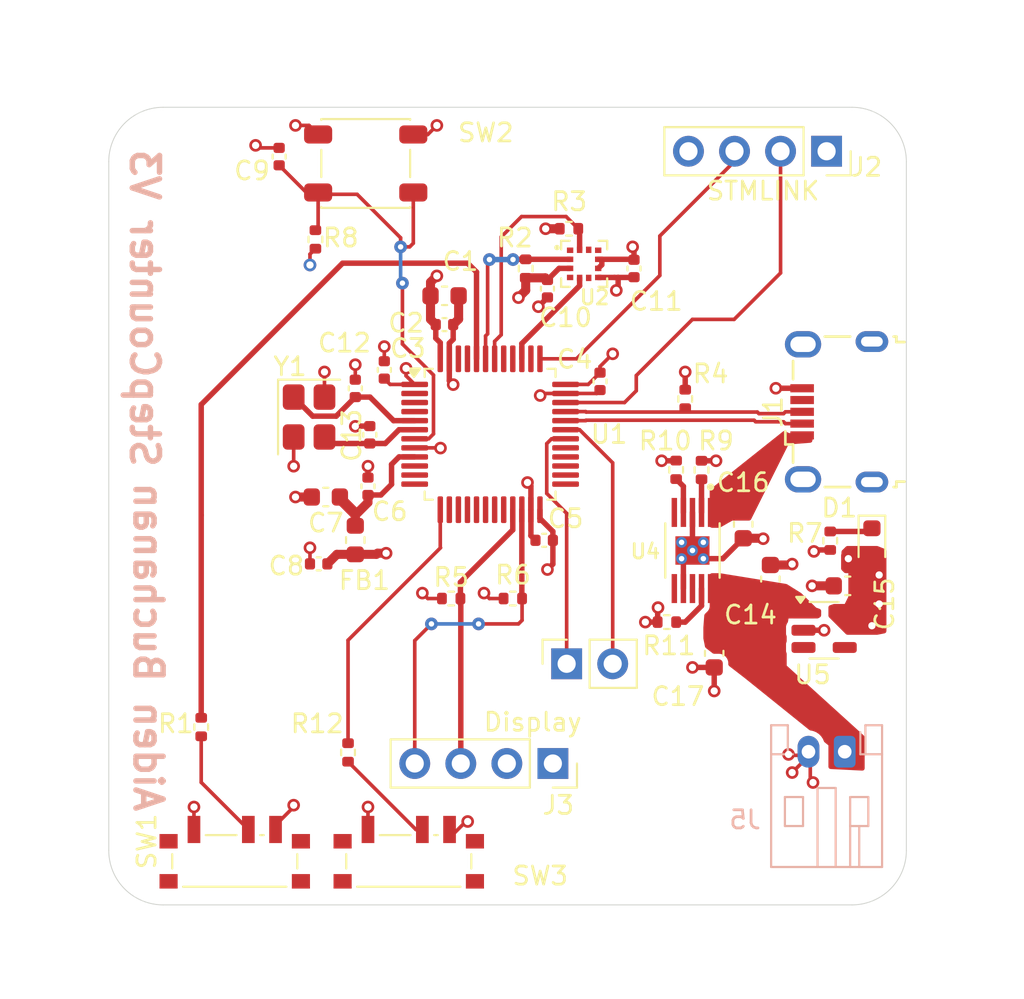
<source format=kicad_pcb>
(kicad_pcb (version 20241229) (generator "pcbnew") (generator_version "9.0")
  (layers (0 "F.Cu" signal) (4 "In1.Cu" power) (6 "In2.Cu" power) (2 "B.Cu" jumper) (13 "F.Paste" user) (15 "B.Paste" user) (5 "F.SilkS" user "F.Silkscreen") (7 "B.SilkS" user "B.Silkscreen") (1 "F.Mask" user) (3 "B.Mask" user) (25 "Edge.Cuts" user))
  (net 0 "")
  (net 1 "+3.3V")
  (net 2 "+3.3VA")
  (net 3 "GND")
  (net 4 "/NRST")
  (net 5 "/HSE_IN")
  (net 6 "/HSE_OUT")
  (net 7 "Net-(D1-K)")
  (net 12 "/USB_D-")
  (net 13 "/USB_D+")
  (net 16 "VBAT")
  (net 17 "/ SCL2")
  (net 18 "/ SDA2")
  (net 19 "/sw_boot0")
  (net 20 "/BOOT0")
  (net 21 "/ SDA1")
  (net 22 "/ SCL1")
  (net 30 "/ SWCLK")
  (net 33 "/ SWDIO")
  (net 42 "Net-(J4-Pin_2)")
  (net 44 "Net-(J4-Pin_1)")
  (net 46 "/VBUS")
  (net 52 "Net-(U4-ISET)")
  (net 53 "Net-(U4-PRETERM)")
  (net 54 "Net-(U4-TS)")
  (net 55 "Net-(U1-PA3)")
  (net 56 "/ON{slash}OFF")
  (net 57 "/TRIG")
  (footprint "MountingHole:MountingHole_2.2mm_M2" (layer "F.Cu") (at 73.1 76.2)
    (property "Reference" "H2" (hide yes))
    (property "Value" "MountingHole" (hide yes))
  )
  (footprint "MountingHole:MountingHole_2.2mm_M2" (layer "F.Cu") (at 73.1 48.5)
    (property "Reference" "H3" (hide yes))
    (property "Value" "MountingHole" (hide yes))
  )
  (footprint "Connector_PinSocket_2.54mm:PinSocket_1x02_P2.54mm_Vertical" (layer "F.Cu") (at 65.06 70.7 90)
    (property "Reference" "J4" (hide yes))
    (property "Value" "UART1" (hide yes))
  )
  (footprint "Package_QFP:LQFP-48_7x7mm_P0.5mm" (layer "F.Cu") (at 60.8375 58.0375)
    (property "Reference" "U1")
    (property "Value" "STM32F103C8Tx" (hide yes))
  )
  (footprint "Resistor_SMD:R_0402_1005Metric" (layer "F.Cu") (at 71.6 56.09 -90)
    (property "Reference" "R4")
    (property "Value" "2k2" (hide yes))
  )
  (footprint "MountingHole:MountingHole_2.2mm_M2" (layer "F.Cu") (at 47.8 76.3)
    (property "Reference" "H1" (hide yes))
    (property "Value" "MountingHole" (hide yes))
  )
  (footprint "Package_TO_SOT_SMD:SOT-23-5" (layer "F.Cu") (at 79.2625 68.85)
    (property "Reference" "U5")
    (property "Value" "TPS7A0533PDBV" (hide yes))
  )
  (footprint "Capacitor_SMD:C_0402_1005Metric" (layer "F.Cu") (at 63.82 63.8875 180)
    (property "Reference" "C5")
    (property "Value" "100n" (hide yes))
  )
  (footprint "Resistor_SMD:R_0402_1005Metric" (layer "F.Cu") (at 71.1 60 90)
    (property "Reference" "R10")
    (property "Value" "2k" (hide yes))
  )
  (footprint "Connector_PinSocket_2.54mm:PinSocket_1x04_P2.54mm_Vertical" (layer "F.Cu") (at 79.4 42.425 -90)
    (property "Reference" "J2")
    (property "Value" "SWLINK" (hide yes))
  )
  (footprint "Resistor_SMD:R_0402_1005Metric" (layer "F.Cu") (at 72.5 60.01 90)
    (property "Reference" "R9")
    (property "Value" "1k" (hide yes))
  )
  (footprint "Capacitor_SMD:C_0603_1608Metric" (layer "F.Cu") (at 76.3 66.025 90)
    (property "Reference" "C14")
    (property "Value" "4.7uF" (hide yes))
  )
  (footprint "Inductor_SMD:L_0603_1608Metric" (layer "F.Cu") (at 53.4 63.875 90)
    (property "Reference" "FB1")
    (property "Value" "FerriteBead" (hide yes))
  )
  (footprint "Resistor_SMD:R_0402_1005Metric" (layer "F.Cu") (at 62.8 48.8975 90)
    (property "Reference" "R2")
    (property "Value" "2k2" (hide yes))
  )
  (footprint "Capacitor_SMD:C_0402_1005Metric" (layer "F.Cu") (at 66.9 55.12 -90)
    (property "Reference" "C4")
    (property "Value" "100n" (hide yes))
  )
  (footprint "Capacitor_SMD:C_0603_1608Metric" (layer "F.Cu") (at 73.2 70.125 -90)
    (property "Reference" "C17")
    (property "Value" "4.7uF" (hide yes))
  )
  (footprint "Resistor_SMD:R_0402_1005Metric" (layer "F.Cu") (at 58.69 67.1)
    (property "Reference" "R5")
    (property "Value" "2k2" (hide yes))
  )
  (footprint "Capacitor_SMD:C_0402_1005Metric" (layer "F.Cu") (at 49.2 42.72 -90)
    (property "Reference" "C9")
    (property "Value" "100n" (hide yes))
  )
  (footprint "Button_Switch_SMD:SW_SPST_PTS647_Sx38" (layer "F.Cu") (at 53.975 43.1)
    (property "Reference" "SW2")
    (property "Value" "SW_NRST" (hide yes))
  )
  (footprint "Capacitor_SMD:C_0402_1005Metric" (layer "F.Cu") (at 64 50.0075 -90)
    (property "Reference" "C10")
    (property "Value" "100n" (hide yes))
  )
  (footprint "Capacitor_SMD:C_0402_1005Metric" (layer "F.Cu") (at 68.775 48.8925 90)
    (property "Reference" "C11")
    (property "Value" "100n" (hide yes))
  )
  (footprint "Capacitor_SMD:C_0402_1005Metric" (layer "F.Cu") (at 53.4 55.5075 90)
    (property "Reference" "C12")
    (property "Value" "10p" (hide yes))
  )
  (footprint "BMA400:XDCR_BMA400" (layer "F.Cu") (at 66.025 48.6375)
    (property "Reference" "U2")
    (property "Value" "BMA400" (hide yes))
  )
  (footprint "Resistor_SMD:R_0402_1005Metric" (layer "F.Cu") (at 79.6 63.91 -90)
    (property "Reference" "R7")
    (property "Value" "2k2" (hide yes))
  )
  (footprint "Capacitor_SMD:C_0402_1005Metric" (layer "F.Cu") (at 54.2 58.0675 90)
    (property "Reference" "C13")
    (property "Value" "10p" (hide yes))
  )
  (footprint "Capacitor_SMD:C_0402_1005Metric" (layer "F.Cu") (at 51.38 65.1875 180)
    (property "Reference" "C8")
    (property "Value" "10n" (hide yes))
  )
  (footprint "Capacitor_SMD:C_0603_1608Metric" (layer "F.Cu") (at 58.325 50.4)
    (property "Reference" "C1")
    (property "Value" "10u" (hide yes))
  )
  (footprint "BQ24092DGQR:IC_XTR111AIDGQR" (layer "F.Cu") (at 72 64.45 -90)
    (property "Reference" "U4")
    (property "Value" "BQ24092DGQR" (hide yes))
  )
  (footprint "LED_SMD:LED_0603_1608Metric" (layer "F.Cu") (at 81.9 64.0125 -90)
    (property "Reference" "D1")
    (property "Value" "LED" (hide yes))
  )
  (footprint "Resistor_SMD:R_0402_1005Metric" (layer "F.Cu") (at 44.9 74.19 90)
    (property "Reference" "R1")
    (property "Value" "10k" (hide yes))
  )
  (footprint "Resistor_SMD:R_0402_1005Metric" (layer "F.Cu") (at 70.59 68.4 180)
    (property "Reference" "R11")
    (property "Value" "10k" (hide yes))
  )
  (footprint "Resistor_SMD:R_0402_1005Metric" (layer "F.Cu") (at 51.2 47.29 -90)
    (property "Reference" "R8")
    (property "Value" "10k" (hide yes))
  )
  (footprint "Connector_PinSocket_2.54mm:PinSocket_1x04_P2.54mm_Vertical" (layer "F.Cu") (at 64.3 76.2 -90)
    (property "Reference" "J3")
    (property "Value" "Display_Pin_IN" (hide yes))
  )
  (footprint "Capacitor_SMD:C_0603_1608Metric" (layer "F.Cu") (at 51.775 61.5 180)
    (property "Reference" "C7")
    (property "Value" "1u")
  )
  (footprint "Button_Switch_SMD:SW_SPDT_PCM12" (layer "F.Cu") (at 46.75 81.27)
    (property "Reference" "SW1")
    (property "Value" "SW_SPDT" (hide yes))
  )
  (footprint "Resistor_SMD:R_0402_1005Metric" (layer "F.Cu") (at 62.09 67.1)
    (property "Reference" "R6")
    (property "Value" "2k2" (hide yes))
  )
  (footprint "MountingHole:MountingHole_2.2mm_M2" (layer "F.Cu") (at 47.8 48.5)
    (property "Reference" "H4" (hide yes))
    (property "Value" "MountingHole" (hide yes))
  )
  (footprint "Capacitor_SMD:C_0603_1608Metric" (layer "F.Cu") (at 74.8 63 90)
    (property "Reference" "C16")
    (property "Value" "1uF" (hide yes))
  )
  (footprint "Button_Switch_SMD:SW_SPDT_PCM12" (layer "F.Cu") (at 56.35 81.27)
    (property "Reference" "SW3")
    (property "Value" "SW_SPDT" (hide yes))
  )
  (footprint "Capacitor_SMD:C_0603_1608Metric" (layer "F.Cu") (at 80.57 66.4 180)
    (property "Reference" "C15")
    (property "Value" "4.7uF" (hide yes))
  )
  (footprint "Crystal:Crystal_SMD_3225-4Pin_3.2x2.5mm" (layer "F.Cu") (at 50.85 57.0875 -90)
    (property "Reference" "Y1")
    (property "Value" "16Mhz" (hide yes))
  )
  (footprint "Connector_USB:USB_Micro-B_Wuerth_629105150521" (layer "F.Cu") (at 79.95 56.8 90)
    (property "Reference" "J1")
    (property "Value" "USB_B_Micro")
  )
  (footprint "Capacitor_SMD:C_0402_1005Metric" (layer "F.Cu") (at 54.1 60.9075 90)
    (property "Reference" "C6")
    (property "Value" "10n" (hide yes))
  )
  (footprint "Resistor_SMD:R_0402_1005Metric" (layer "F.Cu") (at 53 75.59 90)
    (property "Reference" "R12")
    (property "Value" "10k" (hide yes))
  )
  (footprint "Resistor_SMD:R_0402_1005Metric" (layer "F.Cu") (at 65.19 46.7)
    (property "Reference" "R3")
    (property "Value" "2k2" (hide yes))
  )
  (footprint "Capacitor_SMD:C_0402_1005Metric" (layer "F.Cu") (at 58.32 51.9875)
    (property "Reference" "C2")
    (property "Value" "100n" (hide yes))
  )
  (footprint "Capacitor_SMD:C_0402_1005Metric" (layer "F.Cu") (at 55 54.4875 90)
    (property "Reference" "C3")
    (property "Value" "100n" (hide yes))
  )
  (footprint "Connector_JST:JST_PH_S2B-PH-K_1x02_P2.00mm_Horizontal" (layer "B.Cu") (at 80.4 75.55 180)
    (property "Reference" "J5")
    (property "Value" "JST PH" (hide yes))
  )
  (gr_arc (start 42.8 84) (mid 40.67868 83.12132) (end 39.8 81) (stroke (width 0.05)) (layer "Edge.Cuts"))
  (gr_line (start 42.8 40) (end 80.8 40) (stroke (width 0.05)) (layer "Edge.Cuts"))
  (gr_arc (start 80.8 40) (mid 82.92132 40.87868) (end 83.8 43) (stroke (width 0.05)) (layer "Edge.Cuts"))
  (gr_line (start 39.8 81) (end 39.8 43) (stroke (width 0.05)) (layer "Edge.Cuts"))
  (gr_arc (start 39.8 43) (mid 40.67868 40.87868) (end 42.8 40) (stroke (width 0.05)) (layer "Edge.Cuts"))
  (gr_arc (start 83.8 81) (mid 82.92132 83.12132) (end 80.8 84) (stroke (width 0.05)) (layer "Edge.Cuts"))
  (gr_line (start 83.8 43) (end 83.8 81) (stroke (width 0.05)) (layer "Edge.Cuts"))
  (gr_line (start 80.8 84) (end 42.8 84) (stroke (width 0.05)) (layer "Edge.Cuts"))
  (gr_text "STMLINK" (at 72.7 45.2 0) (layer "F.SilkS") (effects (font (size 1 1)) (justify left bottom)))
  (gr_text "Display" (at 60.4 74.5 0) (layer "F.SilkS") (effects (font (size 1 1)) (justify left bottom)))
  (gr_text "Aiden Buchanan" (at 41.1 79 270) (layer "B.SilkS") (effects (font (size 1.5 1.5) (thickness 0.3) (bold yes)) (justify left bottom mirror)))
  (gr_text "StepCounter V3" (at 40.9 60 270) (layer "B.SilkS") (effects (font (size 1.5 1.5) (thickness 0.3) (bold yes)) (justify left bottom mirror)))
  (segment (start 63.5875 62.6875) (end 64.3 63.4) (width 0.3) (layer "F.Cu") (net 1))
  (segment (start 58.0875 53.875) (end 58.0875 52.9875) (width 0.3) (layer "F.Cu") (net 1))
  (segment (start 56.675 55.2875) (end 56.2 54.8125) (width 0.2) (layer "F.Cu") (net 1))
  (segment (start 64.68 46.7) (end 63.9 46.7) (width 0.5) (layer "F.Cu") (net 1))
  (segment (start 57.55 51.6975) (end 57.84 51.9875) (width 0.5) (layer "F.Cu") (net 1))
  (segment (start 55.32 55.2875) (end 55 54.9675) (width 0.2) (layer "F.Cu") (net 1))
  (segment (start 50.9 48.7) (end 50.9 48.1) (width 0.2) (layer "F.Cu") (net 1))
  (segment (start 54.625 64.6) (end 54.5625 64.6625) (width 0.5) (layer "F.Cu") (net 1))
  (segment (start 54.5625 64.6625) (end 53.4 64.6625) (width 0.5) (layer "F.Cu") (net 1))
  (segment (start 50 78.5) (end 50 78.6) (width 0.2) (layer "F.Cu") (net 1))
  (segment (start 68.76 49.3875) (end 67.9 49.3875) (width 0.3) (layer "F.Cu") (net 1))
  (segment (start 58.0875 52.9875) (end 57.84 52.74) (width 0.3) (layer "F.Cu") (net 1))
  (segment (start 67.9 49.3875) (end 67.7 49.3875) (width 0.3) (layer "F.Cu") (net 1))
  (segment (start 64.3 63.4) (end 64.3 63.8875) (width 0.3) (layer "F.Cu") (net 1))
  (segment (start 67.9 50) (end 67.8 50.1) (width 0.3) (layer "F.Cu") (net 1))
  (segment (start 66.9 54.64) (end 66.9 54.3) (width 0.2) (layer "F.Cu") (net 1))
  (segment (start 65.25 48.8875) (end 64.64 48.8875) (width 0.3) (layer "F.Cu") (net 1))
  (segment (start 58.6 80.3) (end 59.5 79.4) (width 0.2) (layer "F.Cu") (net 1))
  (segment (start 56.2 54.8125) (end 56.2 54.4) (width 0.2) (layer "F.Cu") (net 1))
  (segment (start 64.64 48.8875) (end 64 49.5275) (width 0.3) (layer "F.Cu") (net 1))
  (segment (start 67.9 49.3875) (end 67.9 50) (width 0.3) (layer "F.Cu") (net 1))
  (segment (start 61.58 67.1) (end 60.8 67.1) (width 0.2) (layer "F.Cu") (net 1))
  (segment (start 57.4 67.1) (end 57.1 66.8) (width 0.2) (layer "F.Cu") (net 1))
  (segment (start 57.9 49.3) (end 57.55 49.65) (width 0.5) (layer "F.Cu") (net 1))
  (segment (start 68.775 49.3725) (end 68.76 49.3875) (width 0.3) (layer "F.Cu") (net 1))
  (segment (start 65 55.2875) (end 66.2525 55.2875) (width 0.2) (layer "F.Cu") (net 1))
  (segment (start 60.8 67.1) (end 60.5 66.8) (width 0.2) (layer "F.Cu") (net 1))
  (segment (start 71.6 55.58) (end 71.6 54.6) (width 0.3) (layer "F.Cu") (net 1))
  (segment (start 58.6 80.34) (end 58.6 80.3) (width 0.2) (layer "F.Cu") (net 1))
  (segment (start 64.3 65.2) (end 64.3 63.8875) (width 0.3) (layer "F.Cu") (net 1))
  (segment (start 66.9 54.3) (end 67.6 53.6) (width 0.2) (layer "F.Cu") (net 1))
  (segment (start 63.88 49.4075) (end 64 49.5275) (width 0.5) (layer "F.Cu") (net 1))
  (segment (start 52.385 64.6625) (end 51.86 65.1875) (width 0.5) (layer "F.Cu") (net 1))
  (segment (start 50.9 48.1) (end 51.2 47.8) (width 0.2) (layer "F.Cu") (net 1))
  (segment (start 62.8 49.4075) (end 63.88 49.4075) (width 0.5) (layer "F.Cu") (net 1))
  (segment (start 56.675 55.2875) (end 55.32 55.2875) (width 0.2) (layer "F.Cu") (net 1))
  (segment (start 64 65.5) (end 64.3 65.2) (width 0.3) (layer "F.Cu") (net 1))
  (segment (start 58.18 67.1) (end 57.4 67.1) (width 0.2) (layer "F.Cu") (net 1))
  (segment (start 80.4 67.9) (end 80.7 67.6) (width 0.2) (layer "F.Cu") (net 1))
  (segment (start 53.4 64.6625) (end 52.385 64.6625) (width 0.5) (layer "F.Cu") (net 1))
  (segment (start 55.1 64.6) (end 54.625 64.6) (width 0.5) (layer "F.Cu") (net 1))
  (segment (start 62.8 49.4075) (end 62.8 50.1) (width 0.5) (layer "F.Cu") (net 1))
  (segment (start 49 79.6) (end 49 80.34) (width 0.2) (layer "F.Cu") (net 1))
  (segment (start 66.2525 55.2875) (end 66.9 54.64) (width 0.2) (layer "F.Cu") (net 1))
  (segment (start 63.5875 62.2) (end 63.5875 62.6875) (width 0.3) (layer "F.Cu") (net 1))
  (segment (start 57.55 50.4) (end 57.55 51.6975) (width 0.5) (layer "F.Cu") (net 1))
  (segment (start 50 78.6) (end 49 79.6) (width 0.2) (layer "F.Cu") (net 1))
  (segment (start 62.8 50.1) (end 62.4 50.5) (width 0.5) (layer "F.Cu") (net 1))
  (segment (start 57.84 52.74) (end 57.84 51.9875) (width 0.3) (layer "F.Cu") (net 1))
  (segment (start 57.55 49.65) (end 57.55 50.4) (width 0.5) (layer "F.Cu") (net 1))
  (segment (start 67.7 49.3875) (end 66.8 49.3875) (width 0.3) (layer "F.Cu") (net 1))
  (via (at 67.8 50.1) (size 0.7) (drill 0.4) (layers "F.Cu" "B.Cu") (remove_unused_layers yes) (zone_layer_connections "In2.Cu") (net 1))
  (via (at 50.9 48.7) (size 0.7) (drill 0.4) (layers "F.Cu" "B.Cu") (net 1))
  (via (at 82.3 67.4) (size 0.7) (drill 0.4) (layers "F.Cu" "B.Cu") (remove_unused_layers yes) (zone_layer_connections "F.Cu" "In2.Cu") (net 1))
  (via (at 50 78.5) (size 0.7) (drill 0.4) (layers "F.Cu" "B.Cu") (remove_unused_layers yes) (zone_layer_connections "In2.Cu") (net 1))
  (via (at 80.6 64.9) (size 0.7) (drill 0.4) (layers "F.Cu" "B.Cu") (remove_unused_layers yes) (zone_layer_connections "F.Cu" "In2.Cu") (net 1))
  (via (at 59.6 79.4) (size 0.7) (drill 0.4) (layers "F.Cu" "B.Cu") (remove_unused_layers yes) (zone_layer_connections "In2.Cu") (net 1))
  (via (at 67.6 53.6) (size 0.7) (drill 0.4) (layers "F.Cu" "B.Cu") (remove_unused_layers yes) (zone_layer_connections "In2.Cu") (net 1))
  (via (at 55.1 64.6) (size 0.7) (drill 0.4) (layers "F.Cu" "B.Cu") (remove_unused_layers yes) (zone_layer_connections "In2.Cu") (net 1))
  (via (at 60.5 66.8) (size 0.7) (drill 0.4) (layers "F.Cu" "B.Cu") (remove_unused_layers yes) (zone_layer_connections "In2.Cu") (net 1))
  (via (at 64 65.5) (size 0.7) (drill 0.4) (layers "F.Cu" "B.Cu") (remove_unused_layers yes) (zone_layer_connections "In2.Cu") (net 1))
  (via (at 81.9 68.6) (size 0.7) (drill 0.4) (layers "F.Cu" "B.Cu") (remove_unused_layers yes) (zone_layer_connections "F.Cu" "In2.Cu") (net 1))
  (via (at 57.1 66.8) (size 0.7) (drill 0.4) (layers "F.Cu" "B.Cu") (remove_unused_layers yes) (zone_layer_connections "In2.Cu") (net 1))
  (via (at 62.4 50.5) (size 0.7) (drill 0.4) (layers "F.Cu" "B.Cu") (remove_unused_layers yes) (zone_layer_connections "In2.Cu") (net 1))
  (via (at 56.2 54.4) (size 0.7) (drill 0.4) (layers "F.Cu" "B.Cu") (remove_unused_layers yes) (zone_layer_connections "In2.Cu") (net 1))
  (via (at 82.3 65.8) (size 0.7) (drill 0.4) (layers "F.Cu" "B.Cu") (remove_unused_layers yes) (zone_layer_connections "F.Cu" "In2.Cu") (net 1))
  (via (at 71.6 54.6) (size 0.7) (drill 0.4) (layers "F.Cu" "B.Cu") (remove_unused_layers yes) (zone_layer_connections "In2.Cu") (net 1))
  (via (at 63.9 46.7) (size 0.7) (drill 0.4) (layers "F.Cu" "B.Cu") (remove_unused_layers yes) (zone_layer_connections "In2.Cu") (net 1))
  (via (at 57.9 49.3) (size 0.7) (drill 0.4) (layers "F.Cu" "B.Cu") (remove_unused_layers yes) (zone_layer_connections "In2.Cu") (net 1))
  (segment (start 53.4 62.5) (end 54.1 61.8) (width 0.5) (layer "F.Cu") (net 2))
  (segment (start 55.4 60.8) (end 54.8125 61.3875) (width 0.3) (layer "F.Cu") (net 2))
  (segment (start 53.4 63.0875) (end 53.4 62.35) (width 0.5) (layer "F.Cu") (net 2))
  (segment (start 54.8125 61.3875) (end 54.1 61.3875) (width 0.3) (layer "F.Cu") (net 2))
  (segment (start 52.7 61.8) (end 52.7 61.3875) (width 0.5) (layer "F.Cu") (net 2))
  (segment (start 53.4 62.35) (end 52.55 61.5) (width 0.5) (layer "F.Cu") (net 2))
  (segment (start 55.8125 59.2875) (end 55.4 59.7) (width 0.3) (layer "F.Cu") (net 2))
  (segment (start 55.4 59.7) (end 55.4 60.8) (width 0.3) (layer "F.Cu") (net 2))
  (segment (start 53.4 63.0875) (end 53.4 62.5) (width 0.5) (layer "F.Cu") (net 2))
  (segment (start 53.4 62.5) (end 52.7 61.8) (width 0.5) (layer "F.Cu") (net 2))
  (segment (start 56.675 59.2875) (end 55.8125 59.2875) (width 0.3) (layer "F.Cu") (net 2))
  (segment (start 54.1 61.8) (end 54.1 61.3875) (width 0.5) (layer "F.Cu") (net 2))
  (segment (start 72 62.35) (end 72 63.899) (width 0.3) (layer "F.Cu") (net 3))
  (segment (start 71.09 59.5) (end 71.1 59.49) (width 0.3) (layer "F.Cu") (net 3))
  (segment (start 73.2 70.9) (end 72 70.9) (width 0.3) (layer "F.Cu") (net 3))
  (segment (start 50 58.1875) (end 50 59.8) (width 0.2) (layer "F.Cu") (net 3))
  (segment (start 59.1 50.4) (end 59.1 51.6875) (width 0.5) (layer "F.Cu") (net 3))
  (segment (start 64 50.4875) (end 64 50.5) (width 0.3) (layer "F.Cu") (net 3))
  (segment (start 72.5 59.5) (end 73.3 59.5) (width 0.3) (layer "F.Cu") (net 3))
  (segment (start 67 48.3875) (end 67 48.6875) (width 0.3) (layer "F.Cu") (net 3))
  (segment (start 56.6 41.5) (end 57.4 41.5) (width 0.2) (layer "F.Cu") (net 3))
  (segment (start 71.85 64.45) (end 71.4 64.9) (width 0.3) (layer "F.Cu") (net 3))
  (segment (start 63.7125 55.7875) (end 63.6 55.9) (width 0.2) (layer "F.Cu") (net 3))
  (segment (start 65 55.7875) (end 66.7125 55.7875) (width 0.2) (layer "F.Cu") (net 3))
  (segment (start 78.5 75.75) (end 77.35 75.75) (width 0.2) (layer "F.Cu") (net 3))
  (segment (start 55 54.0075) (end 55 53.2) (width 0.2) (layer "F.Cu") (net 3))
  (segment (start 78.45 75.75) (end 77.5 76.7) (width 0.2) (layer "F.Cu") (net 3))
  (segment (start 59.1 51.6875) (end 58.8 51.9875) (width 0.5) (layer "F.Cu") (net 3))
  (segment (start 67 48.6875) (end 66.8 48.8875) (width 0.3) (layer "F.Cu") (net 3))
  (segment (start 50.85 41) (end 50.1 41) (width 0.2) (layer "F.Cu") (net 3))
  (segment (start 77.35 75.75) (end 77.3 75.7) (width 0.2) (layer "F.Cu") (net 3))
  (segment (start 64.0125 50.5) (end 64 50.4875) (width 0.3) (layer "F.Cu") (net 3))
  (segment (start 68.775 48.4125) (end 68.775 47.775) (width 0.3) (layer "F.Cu") (net 3))
  (segment (start 50.9 65.1875) (end 50.9 64.3) (width 0.2) (layer "F.Cu") (net 3))
  (segment (start 76.6 55.5) (end 78.05 55.5) (width 0.3) (layer "F.Cu") (net 3))
  (segment (start 73.2 70.9) (end 73.2 72.2) (width 0.3) (layer "F.Cu") (net 3))
  (segment (start 78.5 75.75) (end 78.45 75.75) (width 0.2) (layer "F.Cu") (net 3))
  (segment (start 78.65 77.25) (end 78.5 77.1) (width 0.2) (layer "F.Cu") (net 3))
  (segment (start 63.0875 62.2) (end 63.0875 63.635) (width 0.3) (layer "F.Cu") (net 3))
  (segment (start 70.08 68.4) (end 70.08 67.62) (width 0.3) (layer "F.Cu") (net 3))
  (segment (start 61.76 76.2) (end 61.6 76.2) (width 0.2) (layer "F.Cu") (net 3))
  (segment (start 71.85 64.45) (end 71.4 64) (width 0.3) (layer "F.Cu") (net 3))
  (segment (start 58.5875 53.875) (end 58.5875 53.0125) (width 0.3) (layer "F.Cu") (net 3))
  (segment (start 64 50.5) (end 63.5 51) (width 0.3) (layer "F.Cu") (net 3))
  (segment (start 58.5875 53.0125) (end 58.8 52.8) (width 0.3) (layer "F.Cu") (net 3))
  (segment (start 67 48.3875) (end 68.75 48.3875) (width 0.3) (layer "F.Cu") (net 3))
  (segment (start 63.0875 60.8875) (end 62.9 60.7) (width 0.3) (layer "F.Cu") (net 3))
  (segment (start 79.795 66.4) (end 78.6 66.4) (width 0.5) (layer "F.Cu") (net 3))
  (segment (start 76.3 65.25) (end 77.45 65.25) (width 0.5) (layer "F.Cu") (net 3))
  (segment (start 63.0875 62.2) (end 63.0875 60.8875) (width 0.3) (layer "F.Cu") (net 3))
  (segment (start 44.5 78.6) (end 44.5 80.34) (width 0.2) (layer "F.Cu") (net 3))
  (segment (start 58.0875 58.7875) (end 58.1 58.8) (width 0.2) (layer "F.Cu") (net 3))
  (segment (start 78 55.4) (end 78.1 55.5) (width 0.2) (layer "F.Cu") (net 3))
  (segment (start 65 55.7875) (end 63.7125 55.7875) (width 0.2) (layer "F.Cu") (net 3))
  (segment (start 53.4125 57.5875) (end 53.4 57.6) (width 0.3) (layer "F.Cu") (net 3))
  (segment (start 72.15 64.45) (end 72.6 64.9) (width 0.3) (layer "F.Cu") (net 3))
  (segment (start 72 64.45) (end 72.15 64.45) (width 0.3) (layer "F.Cu") (net 3))
  (segment (start 70.08 67.62) (end 70.1 67.6) (width 0.3) (layer "F.Cu") (net 3))
  (segment (start 48.04 42.24) (end 47.9 42.1) (width 0.2) (layer "F.Cu") (net 3))
  (segment (start 78.5 75.75) (end 78.5 77.1) (width 0.2) (layer "F.Cu") (net 3))
  (segment (start 78.78 64.42) (end 78.7 64.5) (width 0.3) (layer "F.Cu") (net 3))
  (segment (start 51.7 55.9875) (end 51.7 54.6) (width 0.2) (layer "F.Cu") (net 3))
  (segment (start 71.5 64.95) (end 72 64.45) (width 0.3) (layer "F.Cu") (net 3))
  (segment (start 66.7125 55.7875) (end 66.9 55.6) (width 0.2) (layer "F.Cu") (net 3))
  (segment (start 58.5875 55.0875) (end 58.8 55.3) (width 0.3) (layer "F.Cu") (net 3))
  (segment (start 54.1 60.4275) (end 54.1 59.8) (width 0.3) (layer "F.Cu") (net 3))
  (segment (start 66.8 48.3875) (end 67 48.3875) (width 0.3) (layer "F.Cu") (net 3))
  (segment (start 58.5875 53.875) (end 58.5875 55.0875) (width 0.3) (layer "F.Cu") (net 3))
  (segment (start 49.2 42.24) (end 48.04 42.24) (width 0.2) (layer "F.Cu") (net 3))
  (segment (start 70.08 68.4) (end 69.4 68.4) (width 0.3) (layer "F.Cu") (net 3))
  (segment (start 71.5 66.55) (end 71.5 64.95) (width 0.3) (layer "F.Cu") (net 3))
  (segment (start 68.775 47.775) (end 68.7 47.7) (width 0.3) (layer "F.Cu") (net 3))
  (segment (start 51.35 41.5) (end 50.85 41) (width 0.2) (layer "F.Cu") (net 3))
  (segment (start 58.8 52.8) (end 58.8 51.9875) (width 0.3) (layer "F.Cu") (net 3))
  (segment (start 72.15 64.45) (end 72.6 64) (width 0.3) (layer "F.Cu") (net 3))
  (segment (start 77.45 65.25) (end 77.5 65.2) (width 0.2) (layer "F.Cu") (net 3))
  (segment (start 54.2 57.5875) (end 53.4125 57.5875) (width 0.3) (layer "F.Cu") (net 3))
  (segment (start 68.75 48.3875) (end 68.775 48.4125) (width 0.3) (layer "F.Cu") (net 3))
  (segment (start 75.875 63.775) (end 75.9 63.8) (width 0.3) (layer "F.Cu") (net 3))
  (segment (start 78.125 68.85) (end 79.2625 68.85) (width 0.3) (layer "F.Cu") (net 3))
  (segment (start 57.4 41.5) (end 57.9 41) (width 0.2) (layer "F.Cu") (net 3))
  (segment (start 72 64.45) (end 71.85 64.45) (width 0.3) (layer "F.Cu") (net 3))
  (segment (start 79.6 64.42) (end 78.78 64.42) (width 0.3) (layer "F.Cu") (net 3))
  (segment (start 73.675 64.9) (end 74.8 63.775) (width 0.3) (layer "F.Cu") (net 3))
  (segment (start 76.35 65.2) (end 76.3 65.25) (width 0.2) (layer "F.Cu") (net 3))
  (segment (start 63.0875 63.635) (end 63.34 63.8875) (width 0.3) (layer "F.Cu") (net 3))
  (segment (start 74.8 63.775) (end 75.875 63.775) (width 0.5) (layer "F.Cu") (net 3))
  (segment (start 50.1 61.5) (end 51 61.5) (width 0.5) (layer "F.Cu") (net 3))
  (segment (start 70.3 59.5) (end 71.09 59.5) (width 0.3) (layer "F.Cu") (net 3))
  (segment (start 53.4 55.0275) (end 53.4 54.2) (width 0.2) (layer "F.Cu") (net 3))
  (segment (start 56.675 58.7875) (end 58.0875 58.7875) (width 0.2) (layer "F.Cu") (net 3))
  (segment (start 72.6 64.9) (end 73.675 64.9) (width 0.3) (layer "F.Cu") (net 3))
  (segment (start 54.1 78.6) (end 54.1 80.34) (width 0.2) (layer "F.Cu") (net 3))
  (via (at 63.6 55.9) (size 0.7) (drill 0.4) (layers "F.Cu" "B.Cu") (remove_unused_layers yes) (zone_layer_connections "In1.Cu") (net 3))
  (via (at 58.1 58.8) (size 0.7) (drill 0.4) (layers "F.Cu" "B.Cu") (remove_unused_layers yes) (zone_layer_connections "In1.Cu") (net 3))
  (via (at 63.5 51) (size 0.7) (drill 0.4) (layers "F.Cu" "B.Cu") (remove_unused_layers yes) (zone_layer_connections "In1.Cu") (net 3))
  (via (at 54.1 78.6) (size 0.7) (drill 0.4) (layers "F.Cu" "B.Cu") (remove_unused_layers yes) (zone_layer_connections "In1.Cu") (net 3))
  (via (at 70.1 67.6) (size 0.7) (drill 0.4) (layers "F.Cu" "B.Cu") (remove_unused_layers yes) (zone_layer_connections "In1.Cu") (net 3))
  (via (at 76.6 55.5) (size 0.7) (drill 0.4) (layers "F.Cu" "B.Cu") (remove_unused_layers yes) (zone_layer_connections "In1.Cu") (net 3))
  (via (at 55 53.2) (size 0.7) (drill 0.4) (layers "F.Cu" "B.Cu") (remove_unused_layers yes) (zone_layer_connections "In1.Cu") (net 3))
  (via (at 73.2 72.2) (size 0.7) (drill 0.4) (layers "F.Cu" "B.Cu") (remove_unused_layers yes) (zone_layer_connections "In1.Cu") (net 3))
  (via (at 62.9 60.7) (size 0.7) (drill 0.4) (layers "F.Cu" "B.Cu") (remove_unused_layers yes) (zone_layer_connections "In1.Cu") (net 3))
  (via (at 50 59.8) (size 0.7) (drill 0.4) (layers "F.Cu" "B.Cu") (remove_unused_layers yes) (zone_layer_connections "In1.Cu") (net 3))
  (via (at 75.9 63.8) (size 0.7) (drill 0.4) (layers "F.Cu" "B.Cu") (remove_unused_layers yes) (zone_layer_connections "In1.Cu") (net 3))
  (via (at 68.7 47.7) (size 0.7) (drill 0.4) (layers "F.Cu" "B.Cu") (remove_unused_layers yes) (zone_layer_connections "In1.Cu") (net 3))
  (via (at 47.9 42.1) (size 0.7) (drill 0.4) (layers "F.Cu" "B.Cu") (remove_unused_layers yes) (zone_layer_connections "In1.Cu") (net 3))
  (via (at 69.4 68.4) (size 0.7) (drill 0.4) (layers "F.Cu" "B.Cu") (remove_unused_layers yes) (zone_layer_connections "In1.Cu") (net 3))
  (via (at 51.7 54.6) (size 0.7) (drill 0.4) (layers "F.Cu" "B.Cu") (remove_unused_layers yes) (zone_layer_connections "In1.Cu") (net 3))
  (via (at 54.1 59.8) (size 0.7) (drill 0.4) (layers "F.Cu" "B.Cu") (remove_unused_layers yes) (zone_layer_connections "In1.Cu") (net 3))
  (via (at 58.8 55.3) (size 0.7) (drill 0.4) (layers "F.Cu" "B.Cu") (remove_unused_layers yes) (zone_layer_connections "In1.Cu") (net 3))
  (via (at 79.2625 68.85) (size 0.7) (drill 0.4) (layers "F.Cu" "B.Cu") (remove_unused_layers yes) (zone_layer_connections "In1.Cu") (net 3))
  (via (at 50.1 41) (size 0.7) (drill 0.4) (layers "F.Cu" "B.Cu") (remove_unused_layers yes) (zone_layer_connections "In1.Cu") (net 3))
  (via (at 78.65 77.25) (size 0.7) (drill 0.4) (layers "F.Cu" "B.Cu") (remove_unused_layers yes) (zone_layer_connections "In1.Cu") (net 3))
  (via (at 78.6 66.4) (size 0.7) (drill 0.4) (layers "F.Cu" "B.Cu") (remove_unused_layers yes) (zone_layer_connections "In1.Cu") (net 3))
  (via (at 72 70.9) (size 0.7) (drill 0.4) (layers "F.Cu" "B.Cu") (remove_unused_layers yes) (zone_layer_connections "In1.Cu") (net 3))
  (via (at 73.3 59.5) (size 0.7) (drill 0.4) (layers "F.Cu" "B.Cu") (remove_unused_layers yes) (zone_layer_connections "In1.Cu") (net 3))
  (via (at 44.5 78.6) (size 0.7) (drill 0.4) (layers "F.Cu" "B.Cu") (remove_unused_layers yes) (zone_layer_connections "In1.Cu") (net 3))
  (via (at 53.4 57.6) (size 0.7) (drill 0.4) (layers "F.Cu" "B.Cu") (remove_unused_layers yes) (zone_layer_connections "In1.Cu") (net 3))
  (via (at 77.3 75.7) (size 0.7) (drill 0.4) (layers "F.Cu" "B.Cu") (remove_unused_layers yes) (zone_layer_connections "In1.Cu") (net 3))
  (via (at 70.3 59.5) (size 0.7) (drill 0.4) (layers "F.Cu" "B.Cu") (remove_unused_layers yes) (zone_layer_connections "In1.Cu") (net 3))
  (via (at 53.4 54.2) (size 0.7) (drill 0.4) (layers "F.Cu" "B.Cu") (remove_unused_layers yes) (zone_layer_connections "In1.Cu") (net 3))
  (via (at 50.1 61.5) (size 0.7) (drill 0.4) (layers "F.Cu" "B.Cu") (remove_unused_layers yes) (zone_layer_connections "In1.Cu") (net 3))
  (via (at 77.5 65.2) (size 0.7) (drill 0.4) (layers "F.Cu" "B.Cu") (remove_unused_layers yes) (zone_layer_connections "In1.Cu") (net 3))
  (via (at 77.5 76.7) (size 0.7) (drill 0.4) (layers "F.Cu" "B.Cu") (remove_unused_layers yes) (zone_layer_connections "In1.Cu") (net 3))
  (via (at 57.9 41) (size 0.7) (drill 0.4) (layers "F.Cu" "B.Cu") (remove_unused_layers yes) (zone_layer_connections "In1.Cu") (net 3))
  (via (at 50.9 64.3) (size 0.7) (drill 0.4) (layers "F.Cu" "B.Cu") (remove_unused_layers yes) (zone_layer_connections "In1.Cu") (net 3))
  (via (at 78.7 64.5) (size 0.7) (drill 0.4) (layers "F.Cu" "B.Cu") (remove_unused_layers yes) (zone_layer_connections "In1.Cu") (net 3))
  (segment (start 56 53.058824) (end 57.7135 54.772324) (width 0.2) (layer "F.Cu") (net 4))
  (segment (start 55.9 47.2) (end 53.5 44.8) (width 0.2) (layer "F.Cu") (net 4))
  (segment (start 57.446324 58.2875) (end 56.675 58.2875) (width 0.2) (layer "F.Cu") (net 4))
  (segment (start 51.95 44.8) (end 51.85 44.7) (width 0.2) (layer "F.Cu") (net 4))
  (segment (start 51.35 46.63) (end 51.2 46.78) (width 0.2) (layer "F.Cu") (net 4))
  (segment (start 56.4 47.7) (end 56.6 47.5) (width 0.2) (layer "F.Cu") (net 4))
  (segment (start 56.6 47.5) (end 56.6 44.7) (width 0.2) (layer "F.Cu") (net 4))
  (segment (start 55.9 47.7) (end 56.4 47.7) (width 0.2) (layer "F.Cu") (net 4))
  (segment (start 57.7135 54.772324) (end 57.7135 58.020324) (width 0.2) (layer "F.Cu") (net 4))
  (segment (start 57.7135 58.020324) (end 57.446324 58.2875) (width 0.2) (layer "F.Cu") (net 4))
  (segment (start 50.7 44.7) (end 49.2 43.2) (width 0.2) (layer "F.Cu") (net 4))
  (segment (start 55.9 47.7) (end 55.9 47.2) (width 0.2) (layer "F.Cu") (net 4))
  (segment (start 53.5 44.8) (end 51.95 44.8) (width 0.2) (layer "F.Cu") (net 4))
  (segment (start 56 49.7) (end 56 53.058824) (width 0.2) (layer "F.Cu") (net 4))
  (segment (start 51.85 44.7) (end 51.35 44.7) (width 0.2) (layer "F.Cu") (net 4))
  (segment (start 51.35 44.7) (end 50.7 44.7) (width 0.2) (layer "F.Cu") (net 4))
  (segment (start 51.35 44.7) (end 51.35 46.63) (width 0.2) (layer "F.Cu") (net 4))
  (via (at 55.9 47.7) (size 0.7) (drill 0.3) (layers "F.Cu" "B.Cu") (remove_unused_layers yes) (net 4))
  (via (at 56 49.7) (size 0.7) (drill 0.3) (layers "F.Cu" "B.Cu") (net 4))
  (segment (start 55.9 49.6) (end 56 49.7) (width 0.2) (layer "B.Cu") (net 4))
  (segment (start 55.9 47.7) (end 55.9 49.6) (width 0.2) (layer "B.Cu") (net 4))
  (segment (start 53.4 55.9875) (end 52.349 57.0385) (width 0.3) (layer "F.Cu") (net 5))
  (segment (start 51.051 57.0385) (end 50 55.9875) (width 0.3) (layer "F.Cu") (net 5))
  (segment (start 52.349 57.0385) (end 51.051 57.0385) (width 0.3) (layer "F.Cu") (net 5))
  (segment (start 56.675 57.2875) (end 55.5125 57.2875) (width 0.3) (layer "F.Cu") (net 5))
  (segment (start 54.2125 55.9875) (end 53.4 55.9875) (width 0.3) (layer "F.Cu") (net 5))
  (segment (start 55.5125 57.2875) (end 54.2125 55.9875) (width 0.3) (layer "F.Cu") (net 5))
  (segment (start 52.06 58.5475) (end 51.7 58.1875) (width 0.3) (layer "F.Cu") (net 6))
  (segment (start 55.8125 57.7875) (end 55.0525 58.5475) (width 0.3) (layer "F.Cu") (net 6))
  (segment (start 54.2 58.5475) (end 52.06 58.5475) (width 0.3) (layer "F.Cu") (net 6))
  (segment (start 56.675 57.7875) (end 55.8125 57.7875) (width 0.3) (layer "F.Cu") (net 6))
  (segment (start 55.0525 58.5475) (end 54.2 58.5475) (width 0.3) (layer "F.Cu") (net 6))
  (segment (start 79.6 63.4) (end 81.725 63.4) (width 0.3) (layer "F.Cu") (net 7))
  (segment (start 81.725 63.4) (end 81.9 63.225) (width 0.3) (layer "F.Cu") (net 7))
  (segment (start 75.4875 57.35) (end 77.024999 57.35) (width 0.2) (layer "F.Cu") (net 12))
  (segment (start 66.106251 57.2875) (end 66.131251 57.2625) (width 0.2) (layer "F.Cu") (net 12))
  (segment (start 66.131251 57.2625) (end 75.4 57.2625) (width 0.2) (layer "F.Cu") (net 12))
  (segment (start 77.024999 57.35) (end 77.124999 57.45) (width 0.2) (layer "F.Cu") (net 12))
  (segment (start 77.124999 57.45) (end 78.1 57.45) (width 0.2) (layer "F.Cu") (net 12))
  (segment (start 65 57.2875) (end 66.106251 57.2875) (width 0.2) (layer "F.Cu") (net 12))
  (segment (start 75.4 57.2625) (end 75.4875 57.35) (width 0.2) (layer "F.Cu") (net 12))
  (segment (start 75.579438 56.8125) (end 75.666938 56.9) (width 0.2) (layer "F.Cu") (net 13))
  (segment (start 65 56.7875) (end 66.106251 56.7875) (width 0.2) (layer "F.Cu") (net 13))
  (segment (start 75.666938 56.9) (end 77.024999 56.9) (width 0.2) (layer "F.Cu") (net 13))
  (segment (start 66.131251 56.8125) (end 75.579438 56.8125) (width 0.2) (layer "F.Cu") (net 13))
  (segment (start 66.106251 56.7875) (end 66.131251 56.8125) (width 0.2) (layer "F.Cu") (net 13))
  (segment (start 77.124999 56.8) (end 78.1 56.8) (width 0.2) (layer "F.Cu") (net 13))
  (segment (start 77.024999 56.9) (end 77.124999 56.8) (width 0.2) (layer "F.Cu") (net 13))
  (segment (start 73 69.15) (end 73.2 69.35) (width 0.2) (layer "F.Cu") (net 16))
  (segment (start 62.0875 62.2) (end 62.0875 63.3125) (width 0.3) (layer "F.Cu") (net 17))
  (segment (start 59.2 66.2) (end 59.2 67.1) (width 0.3) (layer "F.Cu") (net 17))
  (segment (start 59.2 67.1) (end 59.2 67.4) (width 0.3) (layer "F.Cu") (net 17))
  (segment (start 59.22 67.42) (end 59.22 75.4) (width 0.3) (layer "F.Cu") (net 17))
  (segment (start 59.2 67.4) (end 59.22 67.42) (width 0.3) (layer "F.Cu") (net 17))
  (segment (start 62.0875 63.3125) (end 59.2 66.2) (width 0.3) (layer "F.Cu") (net 17))
  (segment (start 62.6 68.3) (end 62.4 68.5) (width 0.2) (layer "F.Cu") (net 18))
  (segment (start 56.68 75.4) (end 56.68 69.42) (width 0.2) (layer "F.Cu") (net 18))
  (segment (start 62.5875 67.0325) (end 62.52 67.1) (width 0.3) (layer "F.Cu") (net 18))
  (segment (start 62.4 68.5) (end 60.2 68.5) (width 0.2) (layer "F.Cu") (net 18))
  (segment (start 62.6 67.1) (end 62.6 68.3) (width 0.2) (layer "F.Cu") (net 18))
  (segment (start 62.5875 62.2) (end 62.5875 67.0325) (width 0.3) (layer "F.Cu") (net 18))
  (segment (start 56.68 69.42) (end 57.6 68.5) (width 0.2) (layer "F.Cu") (net 18))
  (via (at 57.6 68.5) (size 0.7) (drill 0.3) (layers "F.Cu" "B.Cu") (remove_unused_layers yes) (net 18))
  (via (at 60.2 68.5) (size 0.7) (drill 0.3) (layers "F.Cu" "B.Cu") (remove_unused_layers yes) (net 18))
  (segment (start 60.2 68.5) (end 57.6 68.5) (width 0.2) (layer "B.Cu") (net 18))
  (segment (start 44.9 74.7) (end 44.9 77.24) (width 0.2) (layer "F.Cu") (net 19))
  (segment (start 44.9 77.24) (end 47.5 79.84) (width 0.2) (layer "F.Cu") (net 19))
  (segment (start 60.0875 53.875) (end 60.0875 49.0875) (width 0.3) (layer "F.Cu") (net 20))
  (segment (start 60.0875 49.0875) (end 59.6 48.6) (width 0.3) (layer "F.Cu") (net 20))
  (segment (start 52.7 48.6) (end 44.9 56.4) (width 0.3) (layer "F.Cu") (net 20))
  (segment (start 44.9 62.5) (end 44.9 73.68) (width 0.3) (layer "F.Cu") (net 20))
  (segment (start 59.6 48.6) (end 52.7 48.6) (width 0.3) (layer "F.Cu") (net 20))
  (segment (start 44.9 56.4) (end 44.9 62.5) (width 0.3) (layer "F.Cu") (net 20))
  (segment (start 60.5875 52.6125) (end 60.7 52.5) (width 0.2) (layer "F.Cu") (net 21))
  (segment (start 60.5875 53.875) (end 60.5875 52.6125) (width 0.2) (layer "F.Cu") (net 21))
  (segment (start 62.1 48.4) (end 62.1125 48.3875) (width 0.3) (layer "F.Cu") (net 21))
  (segment (start 60.7 52.5) (end 60.7 48.5) (width 0.2) (layer "F.Cu") (net 21))
  (segment (start 60.7 48.5) (end 60.8 48.4) (width 0.2) (layer "F.Cu") (net 21))
  (segment (start 62.1125 48.3875) (end 62.8 48.3875) (width 0.3) (layer "F.Cu") (net 21))
  (segment (start 62.8 48.3875) (end 65.25 48.3875) (width 0.3) (layer "F.Cu") (net 21))
  (via (at 62.1 48.4) (size 0.7) (drill 0.3) (layers "F.Cu" "B.Cu") (remove_unused_layers yes) (net 21))
  (via (at 60.8 48.4) (size 0.7) (drill 0.3) (layers "F.Cu" "B.Cu") (remove_unused_layers yes) (net 21))
  (segment (start 60.8 48.4) (end 62.1 48.4) (width 0.3) (layer "B.Cu") (net 21))
  (segment (start 61.0875 52.9125) (end 61.45 52.55) (width 0.2) (layer "F.Cu") (net 22))
  (segment (start 61.0875 53.875) (end 61.0875 52.9125) (width 0.2) (layer "F.Cu") (net 22))
  (segment (start 62.571 46.029) (end 65.029 46.029) (width 0.2) (layer "F.Cu") (net 22))
  (segment (start 65.029 46.029) (end 65.7 46.7) (width 0.2) (layer "F.Cu") (net 22))
  (segment (start 65.775 47.8625) (end 65.775 46.775) (width 0.3) (layer "F.Cu") (net 22))
  (segment (start 65.775 46.775) (end 65.7 46.7) (width 0.3) (layer "F.Cu") (net 22))
  (segment (start 61.45 47.15) (end 62.571 46.029) (width 0.2) (layer "F.Cu") (net 22))
  (segment (start 61.45 52.55) (end 61.45 47.15) (width 0.2) (layer "F.Cu") (net 22))
  (segment (start 63.5875 53.875) (end 65.602265 53.875) (width 0.2) (layer "F.Cu") (net 30))
  (segment (start 70.2 49.277265) (end 70.2 47.1) (width 0.2) (layer "F.Cu") (net 30))
  (segment (start 74.32 42.98) (end 74.32 42.025) (width 0.2) (layer "F.Cu") (net 30))
  (segment (start 70.2 47.1) (end 74.32 42.98) (width 0.2) (layer "F.Cu") (net 30))
  (segment (start 65.602265 53.875) (end 70.2 49.277265) (width 0.2) (layer "F.Cu") (net 30))
  (segment (start 74.3 51.7) (end 76.86 49.14) (width 0.2) (layer "F.Cu") (net 33))
  (segment (start 65 56.2875) (end 68.25216 56.2875) (width 0.2) (layer "F.Cu") (net 33))
  (segment (start 72 51.7) (end 74.3 51.7) (width 0.2) (layer "F.Cu") (net 33))
  (segment (start 68.9 55.63966) (end 68.9 54.8) (width 0.2) (layer "F.Cu") (net 33))
  (segment (start 76.86 49.14) (end 76.86 42.025) (width 0.2) (layer "F.Cu") (net 33))
  (segment (start 68.9 54.8) (end 72 51.7) (width 0.2) (layer "F.Cu") (net 33))
  (segment (start 68.25216 56.2875) (end 68.9 55.63966) (width 0.2) (layer "F.Cu") (net 33))
  (segment (start 65.771324 57.7875) (end 67.6 59.616176) (width 0.2) (layer "F.Cu") (net 42))
  (segment (start 67.6 59.616176) (end 67.6 70.7) (width 0.2) (layer "F.Cu") (net 42))
  (segment (start 65 57.7875) (end 65.771324 57.7875) (width 0.2) (layer "F.Cu") (net 42))
  (segment (start 63.9615 61.302676) (end 65.06 62.401176) (width 0.2) (layer "F.Cu") (net 44))
  (segment (start 64.228676 58.2875) (end 63.9615 58.554676) (width 0.2) (layer "F.Cu") (net 44))
  (segment (start 65.06 62.401176) (end 65.06 70.7) (width 0.2) (layer "F.Cu") (net 44))
  (segment (start 65 58.2875) (end 64.228676 58.2875) (width 0.2) (layer "F.Cu") (net 44))
  (segment (start 63.9615 58.554676) (end 63.9615 61.302676) (width 0.2) (layer "F.Cu") (net 44))
  (segment (start 72.5 62.35) (end 72.5 60.52) (width 0.3) (layer "F.Cu") (net 52))
  (segment (start 71.5 60.91) (end 71.1 60.51) (width 0.3) (layer "F.Cu") (net 53))
  (segment (start 71.5 62.35) (end 71.5 60.91) (width 0.3) (layer "F.Cu") (net 53))
  (segment (start 71.6 68.4) (end 71.1 68.4) (width 0.3) (layer "F.Cu") (net 54))
  (segment (start 72.5 67.5) (end 71.6 68.4) (width 0.3) (layer "F.Cu") (net 54))
  (segment (start 72.5 66.55) (end 72.5 67.5) (width 0.3) (layer "F.Cu") (net 54))
  (segment (start 53 69.4) (end 58.1 64.3) (width 0.2) (layer "F.Cu") (net 55))
  (segment (start 53 75.08) (end 53 69.4) (width 0.2) (layer "F.Cu") (net 55))
  (segment (start 58.1 64.3) (end 58.0875 64.2875) (width 0.2) (layer "F.Cu") (net 55))
  (segment (start 58.0875 64.2875) (end 58.0875 62.2) (width 0.2) (layer "F.Cu") (net 55))
  (segment (start 56.74 79.84) (end 53 76.1) (width 0.2) (layer "F.Cu") (net 56))
  (segment (start 57.1 79.84) (end 56.74 79.84) (width 0.2) (layer "F.Cu") (net 56))
  (segment (start 57.1 80.34) (end 57.1 79.84) (width 0.2) (layer "F.Cu") (net 56))
  (segment (start 65.775 49.845466) (end 62.5875 53.032966) (width 0.3) (layer "F.Cu") (net 57))
  (segment (start 65.775 49.4125) (end 65.775 49.845466) (width 0.3) (layer "F.Cu") (net 57))
  (segment (start 62.5875 53.032966) (end 62.5875 53.875) (width 0.3) (layer "F.Cu") (net 57))
  (zone (net 16) (net_name "VBAT") (layer "F.Cu") (priority 3) (connect_pads yes (clearance 0.3)) (min_thickness 0.25) (fill yes (thermal_gap 0.5) (thermal_bridge_width 0.5))
    (polygon (pts (xy 72.6 68.7) (xy 72.6 69.3) (xy 72.7 69.8) (xy 74.9 71.5) (xy 79.5 75.2) (xy 79.5 76.5) (xy 81.5 76.6) (xy 81.5 74.7) (xy 77.2 70.8) (xy 77.2 68.8) (xy 77.3 68.2) (xy 78.92 68.2) (xy 79.1 68.1) (xy 79.1 67.7) (xy 78.82 67.6) (xy 78 66.8) (xy 77.2 66.3) (xy 73.5 65.7) (xy 72.8 65.7) (xy 72.8 66.1)))
  )
  (zone (net 46) (net_name "/VBUS") (layer "F.Cu") (connect_pads yes (clearance 0.3)) (min_thickness 0.25) (fill yes (thermal_gap 0.5) (thermal_bridge_width 0.5))
    (polygon (pts (xy 72.7 61.3) (xy 72.7 63.2) (xy 73.5 63.2) (xy 74.2 62.8) (xy 75.2 62.8) (xy 77.3 58.6) (xy 78.6 58.5) (xy 78.7 57.8) (xy 77.1 57.8)))
  )
  (zone (net 1) (net_name "+3.3V") (layer "F.Cu") (priority 4) (connect_pads yes (clearance 0.3)) (min_thickness 0.25) (fill yes (thermal_gap 0.5) (thermal_bridge_width 0.5))
    (polygon (pts (xy 80.5 64.2) (xy 80.2 64.5) (xy 80.2 65.5) (xy 80.4 65.7) (xy 80.6 65.7) (xy 80.6 66) (xy 80.6 67) (xy 80.4 67.4) (xy 79.8 67.4) (xy 79.5 67.5) (xy 79.5 68.1) (xy 80.5 69.1) (xy 82.2 69.1) (xy 82.7 69) (xy 82.7 64.4) (xy 82.2 64.2)))
  )
)
</source>
